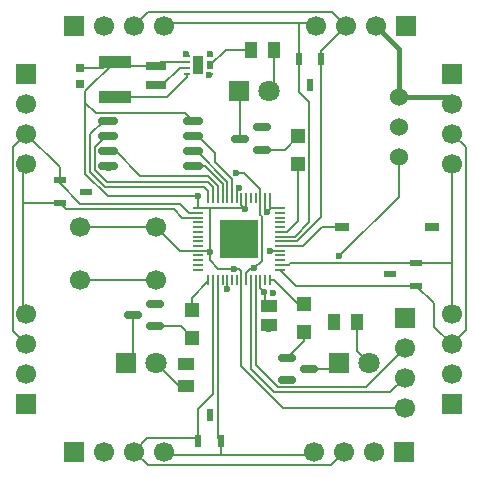
<source format=gbr>
%TF.GenerationSoftware,KiCad,Pcbnew,9.0.6*%
%TF.CreationDate,2025-12-07T19:18:26-08:00*%
%TF.ProjectId,redstone_comparator,72656473-746f-46e6-955f-636f6d706172,rev?*%
%TF.SameCoordinates,Original*%
%TF.FileFunction,Copper,L1,Top*%
%TF.FilePolarity,Positive*%
%FSLAX46Y46*%
G04 Gerber Fmt 4.6, Leading zero omitted, Abs format (unit mm)*
G04 Created by KiCad (PCBNEW 9.0.6) date 2025-12-07 19:18:26*
%MOMM*%
%LPD*%
G01*
G04 APERTURE LIST*
G04 Aperture macros list*
%AMRoundRect*
0 Rectangle with rounded corners*
0 $1 Rounding radius*
0 $2 $3 $4 $5 $6 $7 $8 $9 X,Y pos of 4 corners*
0 Add a 4 corners polygon primitive as box body*
4,1,4,$2,$3,$4,$5,$6,$7,$8,$9,$2,$3,0*
0 Add four circle primitives for the rounded corners*
1,1,$1+$1,$2,$3*
1,1,$1+$1,$4,$5*
1,1,$1+$1,$6,$7*
1,1,$1+$1,$8,$9*
0 Add four rect primitives between the rounded corners*
20,1,$1+$1,$2,$3,$4,$5,0*
20,1,$1+$1,$4,$5,$6,$7,0*
20,1,$1+$1,$6,$7,$8,$9,0*
20,1,$1+$1,$8,$9,$2,$3,0*%
G04 Aperture macros list end*
%TA.AperFunction,ComponentPad*%
%ADD10C,1.524000*%
%TD*%
%TA.AperFunction,ComponentPad*%
%ADD11R,1.800000X1.800000*%
%TD*%
%TA.AperFunction,ComponentPad*%
%ADD12C,1.800000*%
%TD*%
%TA.AperFunction,SMDPad,CuDef*%
%ADD13RoundRect,0.150000X0.587500X0.150000X-0.587500X0.150000X-0.587500X-0.150000X0.587500X-0.150000X0*%
%TD*%
%TA.AperFunction,ComponentPad*%
%ADD14C,1.700000*%
%TD*%
%TA.AperFunction,SMDPad,CuDef*%
%ADD15R,1.000000X1.450000*%
%TD*%
%TA.AperFunction,SMDPad,CuDef*%
%ADD16RoundRect,0.062500X0.187500X0.062500X-0.187500X0.062500X-0.187500X-0.062500X0.187500X-0.062500X0*%
%TD*%
%TA.AperFunction,HeatsinkPad*%
%ADD17C,0.600000*%
%TD*%
%TA.AperFunction,SMDPad,CuDef*%
%ADD18R,0.900000X1.600000*%
%TD*%
%TA.AperFunction,SMDPad,CuDef*%
%ADD19RoundRect,0.150000X-0.587500X-0.150000X0.587500X-0.150000X0.587500X0.150000X-0.587500X0.150000X0*%
%TD*%
%TA.AperFunction,ComponentPad*%
%ADD20R,1.700000X1.700000*%
%TD*%
%TA.AperFunction,SMDPad,CuDef*%
%ADD21R,0.460000X0.420000*%
%TD*%
%TA.AperFunction,SMDPad,CuDef*%
%ADD22R,1.800000X0.800000*%
%TD*%
%TA.AperFunction,SMDPad,CuDef*%
%ADD23R,1.100000X0.600000*%
%TD*%
%TA.AperFunction,SMDPad,CuDef*%
%ADD24R,0.700000X0.650000*%
%TD*%
%TA.AperFunction,SMDPad,CuDef*%
%ADD25R,2.700000X1.100000*%
%TD*%
%TA.AperFunction,SMDPad,CuDef*%
%ADD26R,1.250000X1.150000*%
%TD*%
%TA.AperFunction,SMDPad,CuDef*%
%ADD27RoundRect,0.162500X-0.650000X-0.162500X0.650000X-0.162500X0.650000X0.162500X-0.650000X0.162500X0*%
%TD*%
%TA.AperFunction,SMDPad,CuDef*%
%ADD28RoundRect,0.050000X-0.387500X-0.050000X0.387500X-0.050000X0.387500X0.050000X-0.387500X0.050000X0*%
%TD*%
%TA.AperFunction,SMDPad,CuDef*%
%ADD29RoundRect,0.050000X-0.050000X-0.387500X0.050000X-0.387500X0.050000X0.387500X-0.050000X0.387500X0*%
%TD*%
%TA.AperFunction,HeatsinkPad*%
%ADD30R,3.200000X3.200000*%
%TD*%
%TA.AperFunction,SMDPad,CuDef*%
%ADD31R,1.470000X1.020000*%
%TD*%
%TA.AperFunction,SMDPad,CuDef*%
%ADD32R,0.600000X1.100000*%
%TD*%
%TA.AperFunction,SMDPad,CuDef*%
%ADD33R,1.270000X0.760000*%
%TD*%
%TA.AperFunction,SMDPad,CuDef*%
%ADD34R,1.450000X1.000000*%
%TD*%
%TA.AperFunction,ViaPad*%
%ADD35C,0.600000*%
%TD*%
%TA.AperFunction,Conductor*%
%ADD36C,0.200000*%
%TD*%
%TA.AperFunction,Conductor*%
%ADD37C,0.400000*%
%TD*%
G04 APERTURE END LIST*
D10*
%TO.P,U2,1,Vin*%
%TO.N,VCC*%
X148500000Y-43000000D03*
%TO.P,U2,2,GND*%
%TO.N,GND*%
X148500000Y-45540000D03*
%TO.P,U2,3,Vout*%
%TO.N,/5V_LOCAL*%
X148500000Y-48080000D03*
%TD*%
D11*
%TO.P,D2,1,K*%
%TO.N,Net-(D2-K)*%
X143460000Y-65500000D03*
D12*
%TO.P,D2,2,A*%
%TO.N,Net-(D2-A)*%
X146000000Y-65500000D03*
%TD*%
D11*
%TO.P,D3,1,K*%
%TO.N,Net-(D3-K)*%
X125460000Y-65500000D03*
D12*
%TO.P,D3,2,A*%
%TO.N,Net-(D3-A)*%
X128000000Y-65500000D03*
%TD*%
D13*
%TO.P,Q3,1,B*%
%TO.N,Net-(Q3-B)*%
X127875000Y-62400000D03*
%TO.P,Q3,2,E*%
%TO.N,GND*%
X127875000Y-60500000D03*
%TO.P,Q3,3,C*%
%TO.N,Net-(D3-K)*%
X126000000Y-61450000D03*
%TD*%
D14*
%TO.P,SW1,1,A*%
%TO.N,/3.3V_LOCAL*%
X121500000Y-54000000D03*
X128000000Y-54000000D03*
%TO.P,SW1,2,B*%
%TO.N,Net-(SW1-B)*%
X121500000Y-58500000D03*
X128000000Y-58500000D03*
%TD*%
D15*
%TO.P,R1,1*%
%TO.N,/5V_LOCAL*%
X136050000Y-39000000D03*
%TO.P,R1,2*%
%TO.N,Net-(D1-A)*%
X137950000Y-39000000D03*
%TD*%
D16*
%TO.P,U3,1,PGND*%
%TO.N,GND*%
X132500000Y-41000000D03*
%TO.P,U3,2,VIN*%
%TO.N,/5V_LOCAL*%
X132500000Y-40500000D03*
%TO.P,U3,3,EN*%
X132500000Y-40000000D03*
%TO.P,U3,4,AGND*%
%TO.N,GND*%
X132500000Y-39500000D03*
%TO.P,U3,5,FB*%
X130600000Y-39500000D03*
%TO.P,U3,6,VOS*%
%TO.N,/3.3V_LOCAL*%
X130600000Y-40000000D03*
%TO.P,U3,7,SW*%
%TO.N,Net-(U3-SW)*%
X130600000Y-40500000D03*
%TO.P,U3,8,PG*%
%TO.N,Net-(U3-PG)*%
X130600000Y-41000000D03*
D17*
%TO.P,U3,9,PAD*%
%TO.N,GND*%
X131550000Y-40750000D03*
D18*
X131550000Y-40250000D03*
D17*
X131550000Y-39750000D03*
%TD*%
D19*
%TO.P,Q2,1,B*%
%TO.N,Net-(Q2-B)*%
X139062500Y-65050000D03*
%TO.P,Q2,2,E*%
%TO.N,GND*%
X139062500Y-66950000D03*
%TO.P,Q2,3,C*%
%TO.N,Net-(D2-K)*%
X140937500Y-66000000D03*
%TD*%
D20*
%TO.P,J9,1,Pin_1*%
%TO.N,GND*%
X149025000Y-61700000D03*
D14*
%TO.P,J9,2,Pin_2*%
%TO.N,Net-(J9-Pin_2)*%
X149025000Y-64240000D03*
%TO.P,J9,3,Pin_3*%
%TO.N,Net-(J9-Pin_3)*%
X149025000Y-66780000D03*
%TO.P,J9,4,Pin_4*%
%TO.N,/3.3V_LOCAL*%
X149025000Y-69320000D03*
%TD*%
D21*
%TO.P,C7,1,1*%
%TO.N,Net-(SW1-B)*%
X137170000Y-59500000D03*
%TO.P,C7,2,2*%
%TO.N,GND*%
X137830000Y-59500000D03*
%TD*%
D20*
%TO.P,J8,1,Pin_1*%
%TO.N,GND*%
X116975000Y-69000000D03*
D14*
%TO.P,J8,2,Pin_2*%
%TO.N,VCC*%
X116975000Y-66460000D03*
%TO.P,J8,3,Pin_3*%
%TO.N,/W_TX*%
X116975000Y-63920000D03*
%TO.P,J8,4,Pin_4*%
%TO.N,/W_RX*%
X116975000Y-61380000D03*
%TD*%
D20*
%TO.P,J4,1,Pin_1*%
%TO.N,GND*%
X153000000Y-69000000D03*
D14*
%TO.P,J4,2,Pin_2*%
%TO.N,VCC*%
X153000000Y-66460000D03*
%TO.P,J4,3,Pin_3*%
%TO.N,/E_TX*%
X153000000Y-63920000D03*
%TO.P,J4,4,Pin_4*%
%TO.N,/E_RX*%
X153000000Y-61380000D03*
%TD*%
D22*
%TO.P,L1,1,1*%
%TO.N,/3.3V_LOCAL*%
X128000000Y-40400000D03*
%TO.P,L1,2,2*%
%TO.N,Net-(U3-SW)*%
X128000000Y-42000000D03*
%TD*%
D23*
%TO.P,D18,1,K1*%
%TO.N,/E_TX*%
X150000000Y-58950000D03*
%TO.P,D18,2,K2*%
%TO.N,/E_RX*%
X150000000Y-57050000D03*
%TO.P,D18,3,COM_A*%
%TO.N,GND*%
X147800000Y-58000000D03*
%TD*%
D11*
%TO.P,D1,1,K*%
%TO.N,Net-(D1-K)*%
X135000000Y-42500000D03*
D12*
%TO.P,D1,2,A*%
%TO.N,Net-(D1-A)*%
X137540000Y-42500000D03*
%TD*%
D20*
%TO.P,J1,1,Pin_1*%
%TO.N,GND*%
X121000000Y-37000000D03*
D14*
%TO.P,J1,2,Pin_2*%
%TO.N,VCC*%
X123540000Y-37000000D03*
%TO.P,J1,3,Pin_3*%
%TO.N,/N_TX*%
X126080000Y-37000000D03*
%TO.P,J1,4,Pin_4*%
%TO.N,/N_RX*%
X128620000Y-37000000D03*
%TD*%
D24*
%TO.P,C5,1,1*%
%TO.N,/3.3V_LOCAL*%
X121500000Y-40500000D03*
%TO.P,C5,2,2*%
%TO.N,GND*%
X121500000Y-41850000D03*
%TD*%
D25*
%TO.P,R17,1*%
%TO.N,/3.3V_LOCAL*%
X124500000Y-40000000D03*
%TO.P,R17,2*%
%TO.N,Net-(U3-PG)*%
X124500000Y-43000000D03*
%TD*%
D20*
%TO.P,J2,1,Pin_1*%
%TO.N,GND*%
X149120000Y-37000000D03*
D14*
%TO.P,J2,2,Pin_2*%
%TO.N,VCC*%
X146580000Y-37000000D03*
%TO.P,J2,3,Pin_3*%
%TO.N,/N_TX*%
X144040000Y-37000000D03*
%TO.P,J2,4,Pin_4*%
%TO.N,/N_RX*%
X141500000Y-37000000D03*
%TD*%
D26*
%TO.P,R18,1*%
%TO.N,Net-(Q1-B)*%
X140000000Y-46325000D03*
%TO.P,R18,2*%
%TO.N,Net-(U1-GPIO25)*%
X140000000Y-48675000D03*
%TD*%
D23*
%TO.P,D21,1,K1*%
%TO.N,/W_TX*%
X119800000Y-50050000D03*
%TO.P,D21,2,K2*%
%TO.N,/W_RX*%
X119800000Y-51950000D03*
%TO.P,D21,3,COM_A*%
%TO.N,GND*%
X122000000Y-51000000D03*
%TD*%
D27*
%TO.P,U5,1,~{CS}*%
%TO.N,Net-(U1-QSPI_SS)*%
X123912500Y-45000000D03*
%TO.P,U5,2,DO/IO_{1}*%
%TO.N,Net-(U1-QSPI_SD1)*%
X123912500Y-46270000D03*
%TO.P,U5,3,~{WP}/IO_{2}*%
%TO.N,Net-(U1-QSPI_SD2)*%
X123912500Y-47540000D03*
%TO.P,U5,4,GND*%
%TO.N,GND*%
X123912500Y-48810000D03*
%TO.P,U5,5,DI/IO_{0}*%
%TO.N,Net-(U1-QSPI_SD0)*%
X131087500Y-48810000D03*
%TO.P,U5,6,CLK*%
%TO.N,Net-(U1-QSPI_SCLK)*%
X131087500Y-47540000D03*
%TO.P,U5,7,~{HOLD}/~{RESET}/IO_{3}*%
%TO.N,Net-(U1-QSPI_SD3)*%
X131087500Y-46270000D03*
%TO.P,U5,8,VCC*%
%TO.N,/3.3V_LOCAL*%
X131087500Y-45000000D03*
%TD*%
D20*
%TO.P,J6,1,Pin_1*%
%TO.N,GND*%
X149000000Y-73025000D03*
D14*
%TO.P,J6,2,Pin_2*%
%TO.N,VCC*%
X146460000Y-73025000D03*
%TO.P,J6,3,Pin_3*%
%TO.N,/S_TX*%
X143920000Y-73025000D03*
%TO.P,J6,4,Pin_4*%
%TO.N,/S_RX*%
X141380000Y-73025000D03*
%TD*%
D28*
%TO.P,U1,1,IOVDD*%
%TO.N,/3.3V_LOCAL*%
X131562500Y-52400000D03*
%TO.P,U1,2,GPIO0*%
%TO.N,/W_TX*%
X131562500Y-52800001D03*
%TO.P,U1,3,GPIO1*%
%TO.N,/W_RX*%
X131562500Y-53200000D03*
%TO.P,U1,4,GPIO2*%
%TO.N,unconnected-(U1-GPIO2-Pad4)*%
X131562500Y-53600000D03*
%TO.P,U1,5,GPIO3*%
%TO.N,unconnected-(U1-GPIO3-Pad5)*%
X131562500Y-54000000D03*
%TO.P,U1,6,GPIO4*%
%TO.N,unconnected-(U1-GPIO4-Pad6)*%
X131562500Y-54399999D03*
%TO.P,U1,7,GPIO5*%
%TO.N,unconnected-(U1-GPIO5-Pad7)*%
X131562500Y-54800000D03*
%TO.P,U1,8,GPIO6*%
%TO.N,unconnected-(U1-GPIO6-Pad8)*%
X131562500Y-55200000D03*
%TO.P,U1,9,GPIO7*%
%TO.N,unconnected-(U1-GPIO7-Pad9)*%
X131562500Y-55600001D03*
%TO.P,U1,10,IOVDD*%
%TO.N,/3.3V_LOCAL*%
X131562500Y-56000000D03*
%TO.P,U1,11,GPIO8*%
%TO.N,unconnected-(U1-GPIO8-Pad11)*%
X131562500Y-56400000D03*
%TO.P,U1,12,GPIO9*%
%TO.N,unconnected-(U1-GPIO9-Pad12)*%
X131562500Y-56800000D03*
%TO.P,U1,13,GPIO10*%
%TO.N,unconnected-(U1-GPIO10-Pad13)*%
X131562500Y-57199999D03*
%TO.P,U1,14,GPIO11*%
%TO.N,unconnected-(U1-GPIO11-Pad14)*%
X131562500Y-57600000D03*
D29*
%TO.P,U1,15,GPIO12*%
%TO.N,Net-(U1-GPIO12)*%
X132400000Y-58437500D03*
%TO.P,U1,16,GPIO13*%
%TO.N,/S_TX*%
X132800001Y-58437500D03*
%TO.P,U1,17,GPIO14*%
%TO.N,/S_RX*%
X133200000Y-58437500D03*
%TO.P,U1,18,GPIO15*%
%TO.N,unconnected-(U1-GPIO15-Pad18)*%
X133600000Y-58437500D03*
%TO.P,U1,19,TESTEN*%
%TO.N,GND*%
X134000000Y-58437500D03*
%TO.P,U1,20,XIN*%
%TO.N,unconnected-(U1-XIN-Pad20)*%
X134399999Y-58437500D03*
%TO.P,U1,21,XOUT*%
%TO.N,unconnected-(U1-XOUT-Pad21)*%
X134800000Y-58437500D03*
%TO.P,U1,22,IOVDD*%
%TO.N,/3.3V_LOCAL*%
X135200000Y-58437500D03*
%TO.P,U1,23,DVDD*%
%TO.N,Net-(U1-VREG_VOUT)*%
X135600001Y-58437500D03*
%TO.P,U1,24,SWCLK*%
%TO.N,Net-(J9-Pin_3)*%
X136000000Y-58437500D03*
%TO.P,U1,25,SWD*%
%TO.N,Net-(J9-Pin_2)*%
X136400000Y-58437500D03*
%TO.P,U1,26,RUN*%
%TO.N,Net-(SW1-B)*%
X136800000Y-58437500D03*
%TO.P,U1,27,GPIO16*%
%TO.N,unconnected-(U1-GPIO16-Pad27)*%
X137199999Y-58437500D03*
%TO.P,U1,28,GPIO17*%
%TO.N,Net-(U1-GPIO17)*%
X137600000Y-58437500D03*
D28*
%TO.P,U1,29,GPIO18*%
%TO.N,/E_TX*%
X138437500Y-57600000D03*
%TO.P,U1,30,GPIO19*%
%TO.N,/E_RX*%
X138437500Y-57199999D03*
%TO.P,U1,31,GPIO20*%
%TO.N,unconnected-(U1-GPIO20-Pad31)*%
X138437500Y-56800000D03*
%TO.P,U1,32,GPIO21*%
%TO.N,unconnected-(U1-GPIO21-Pad32)*%
X138437500Y-56400000D03*
%TO.P,U1,33,IOVDD*%
%TO.N,/3.3V_LOCAL*%
X138437500Y-56000000D03*
%TO.P,U1,34,GPIO22*%
%TO.N,Net-(U1-GPIO22)*%
X138437500Y-55600001D03*
%TO.P,U1,35,GPIO23*%
%TO.N,/N_TX*%
X138437500Y-55200000D03*
%TO.P,U1,36,GPIO24*%
%TO.N,/N_RX*%
X138437500Y-54800000D03*
%TO.P,U1,37,GPIO25*%
%TO.N,Net-(U1-GPIO25)*%
X138437500Y-54399999D03*
%TO.P,U1,38,GPIO26_ADC0*%
%TO.N,unconnected-(U1-GPIO26_ADC0-Pad38)*%
X138437500Y-54000000D03*
%TO.P,U1,39,GPIO27_ADC1*%
%TO.N,unconnected-(U1-GPIO27_ADC1-Pad39)*%
X138437500Y-53600000D03*
%TO.P,U1,40,GPIO28_ADC2*%
%TO.N,unconnected-(U1-GPIO28_ADC2-Pad40)*%
X138437500Y-53200000D03*
%TO.P,U1,41,GPIO29_ADC3*%
%TO.N,unconnected-(U1-GPIO29_ADC3-Pad41)*%
X138437500Y-52800001D03*
%TO.P,U1,42,IOVDD*%
%TO.N,/3.3V_LOCAL*%
X138437500Y-52400000D03*
D29*
%TO.P,U1,43,ADC_AVDD*%
X137600000Y-51562500D03*
%TO.P,U1,44,VREG_IN*%
X137199999Y-51562500D03*
%TO.P,U1,45,VREG_VOUT*%
%TO.N,Net-(U1-VREG_VOUT)*%
X136800000Y-51562500D03*
%TO.P,U1,46,USB_DM*%
%TO.N,unconnected-(U1-USB_DM-Pad46)*%
X136400000Y-51562500D03*
%TO.P,U1,47,USB_DP*%
%TO.N,unconnected-(U1-USB_DP-Pad47)*%
X136000000Y-51562500D03*
%TO.P,U1,48,USB_VDD*%
%TO.N,/3.3V_LOCAL*%
X135600001Y-51562500D03*
%TO.P,U1,49,IOVDD*%
X135200000Y-51562500D03*
%TO.P,U1,50,DVDD*%
%TO.N,Net-(U1-VREG_VOUT)*%
X134800000Y-51562500D03*
%TO.P,U1,51,QSPI_SD3*%
%TO.N,Net-(U1-QSPI_SD3)*%
X134399999Y-51562500D03*
%TO.P,U1,52,QSPI_SCLK*%
%TO.N,Net-(U1-QSPI_SCLK)*%
X134000000Y-51562500D03*
%TO.P,U1,53,QSPI_SD0*%
%TO.N,Net-(U1-QSPI_SD0)*%
X133600000Y-51562500D03*
%TO.P,U1,54,QSPI_SD2*%
%TO.N,Net-(U1-QSPI_SD2)*%
X133200000Y-51562500D03*
%TO.P,U1,55,QSPI_SD1*%
%TO.N,Net-(U1-QSPI_SD1)*%
X132800001Y-51562500D03*
%TO.P,U1,56,QSPI_SS*%
%TO.N,Net-(U1-QSPI_SS)*%
X132400000Y-51562500D03*
D30*
%TO.P,U1,57,GND*%
%TO.N,GND*%
X135000000Y-55000000D03*
%TD*%
D31*
%TO.P,C6,1,1*%
%TO.N,Net-(SW1-B)*%
X137500000Y-60700000D03*
%TO.P,C6,2,2*%
%TO.N,GND*%
X137500000Y-62300000D03*
%TD*%
D15*
%TO.P,R2,1*%
%TO.N,/5V_LOCAL*%
X143050000Y-62000000D03*
%TO.P,R2,2*%
%TO.N,Net-(D2-A)*%
X144950000Y-62000000D03*
%TD*%
D26*
%TO.P,R19,1*%
%TO.N,Net-(Q2-B)*%
X140500000Y-62850000D03*
%TO.P,R19,2*%
%TO.N,Net-(U1-GPIO17)*%
X140500000Y-60500000D03*
%TD*%
D20*
%TO.P,J5,1,Pin_1*%
%TO.N,GND*%
X121000000Y-73000000D03*
D14*
%TO.P,J5,2,Pin_2*%
%TO.N,VCC*%
X123540000Y-73000000D03*
%TO.P,J5,3,Pin_3*%
%TO.N,/S_TX*%
X126080000Y-73000000D03*
%TO.P,J5,4,Pin_4*%
%TO.N,/S_RX*%
X128620000Y-73000000D03*
%TD*%
D32*
%TO.P,D17,1,K1*%
%TO.N,/N_TX*%
X141950000Y-39800000D03*
%TO.P,D17,2,K2*%
%TO.N,/N_RX*%
X140050000Y-39800000D03*
%TO.P,D17,3,COM_A*%
%TO.N,GND*%
X141000000Y-42000000D03*
%TD*%
D26*
%TO.P,R20,1*%
%TO.N,Net-(Q3-B)*%
X131000000Y-63350000D03*
%TO.P,R20,2*%
%TO.N,Net-(U1-GPIO12)*%
X131000000Y-61000000D03*
%TD*%
D32*
%TO.P,D20,1,K1*%
%TO.N,/S_TX*%
X131550000Y-72100000D03*
%TO.P,D20,2,K2*%
%TO.N,/S_RX*%
X133450000Y-72100000D03*
%TO.P,D20,3,COM_A*%
%TO.N,GND*%
X132500000Y-69900000D03*
%TD*%
D20*
%TO.P,J7,1,Pin_1*%
%TO.N,GND*%
X117000000Y-41000000D03*
D14*
%TO.P,J7,2,Pin_2*%
%TO.N,VCC*%
X117000000Y-43540000D03*
%TO.P,J7,3,Pin_3*%
%TO.N,/W_TX*%
X117000000Y-46080000D03*
%TO.P,J7,4,Pin_4*%
%TO.N,/W_RX*%
X117000000Y-48620000D03*
%TD*%
D33*
%TO.P,SW2,1*%
%TO.N,Net-(U1-GPIO22)*%
X143690000Y-54000000D03*
%TO.P,SW2,2*%
%TO.N,GND*%
X151310000Y-54000000D03*
%TD*%
D13*
%TO.P,Q1,1,B*%
%TO.N,Net-(Q1-B)*%
X136937500Y-47450000D03*
%TO.P,Q1,2,E*%
%TO.N,GND*%
X136937500Y-45550000D03*
%TO.P,Q1,3,C*%
%TO.N,Net-(D1-K)*%
X135062500Y-46500000D03*
%TD*%
D20*
%TO.P,J3,1,Pin_1*%
%TO.N,GND*%
X153025000Y-41000000D03*
D14*
%TO.P,J3,2,Pin_2*%
%TO.N,VCC*%
X153025000Y-43540000D03*
%TO.P,J3,3,Pin_3*%
%TO.N,/E_TX*%
X153025000Y-46080000D03*
%TO.P,J3,4,Pin_4*%
%TO.N,/E_RX*%
X153025000Y-48620000D03*
%TD*%
D34*
%TO.P,R3,1*%
%TO.N,/5V_LOCAL*%
X130500000Y-65550000D03*
%TO.P,R3,2*%
%TO.N,Net-(D3-A)*%
X130500000Y-67450000D03*
%TD*%
D35*
%TO.N,/5V_LOCAL*%
X143500000Y-56450000D03*
X132580000Y-40280000D03*
X143050000Y-62000000D03*
X130500000Y-65550000D03*
X136050000Y-39000000D03*
%TO.N,GND*%
X135000000Y-56000000D03*
X132538845Y-39375000D03*
X132461137Y-41125000D03*
X128000000Y-60500000D03*
X134000000Y-54000000D03*
X134000000Y-56000000D03*
X139000000Y-66951000D03*
X136000000Y-55000000D03*
X136000000Y-56000000D03*
X122000000Y-51000000D03*
X135000000Y-55000000D03*
X135000000Y-54000000D03*
X151500000Y-54000000D03*
X132500000Y-70000000D03*
X130503362Y-39375000D03*
X137906985Y-59593015D03*
X136000000Y-54000000D03*
X121500000Y-42000000D03*
X148000000Y-58000000D03*
X134000000Y-55000000D03*
X134000105Y-59250280D03*
X141000000Y-42000000D03*
X124000000Y-49000000D03*
X137000000Y-45500000D03*
X137500000Y-62600000D03*
%TO.N,/3.3V_LOCAL*%
X137400000Y-52700000D03*
X134533207Y-57506166D03*
X132500000Y-56100000D03*
X131500000Y-51400000D03*
X137624698Y-56000134D03*
X135500000Y-52429998D03*
%TO.N,Net-(U1-VREG_VOUT)*%
X134770000Y-49421471D03*
X134999999Y-50645229D03*
X136300000Y-57500000D03*
%TO.N,Net-(SW1-B)*%
X137099998Y-59500000D03*
%TD*%
D36*
%TO.N,Net-(U1-GPIO17)*%
X140000000Y-60500000D02*
X137937500Y-58437500D01*
X137937500Y-58437500D02*
X137600000Y-58437500D01*
X140500000Y-60500000D02*
X140000000Y-60500000D01*
%TO.N,/5V_LOCAL*%
X132500000Y-40000000D02*
X132500000Y-40500000D01*
X148500000Y-51450000D02*
X143500000Y-56450000D01*
X132500000Y-40360000D02*
X132580000Y-40280000D01*
X136050000Y-39000000D02*
X133860000Y-39000000D01*
X148500000Y-48080000D02*
X148500000Y-51450000D01*
X132500000Y-40500000D02*
X132500000Y-40360000D01*
X133860000Y-39000000D02*
X132580000Y-40280000D01*
%TO.N,GND*%
X137500000Y-62300000D02*
X137500000Y-62600000D01*
X123912500Y-48912500D02*
X124000000Y-49000000D01*
X127875000Y-60500000D02*
X128000000Y-60500000D01*
X139001000Y-66950000D02*
X139000000Y-66951000D01*
X136937500Y-45550000D02*
X136950000Y-45550000D01*
X136950000Y-45550000D02*
X137000000Y-45500000D01*
X134000000Y-59249169D02*
X133994967Y-59254202D01*
X151310000Y-54000000D02*
X151500000Y-54000000D01*
X139062500Y-66950000D02*
X139001000Y-66950000D01*
X134000000Y-58437500D02*
X134000000Y-59249169D01*
X132500000Y-39413845D02*
X132538845Y-39375000D01*
X130600000Y-39500000D02*
X130600000Y-39471638D01*
X121500000Y-41850000D02*
X121500000Y-42000000D01*
X132500000Y-69900000D02*
X132500000Y-70000000D01*
X123912500Y-48810000D02*
X123912500Y-48912500D01*
X137830000Y-59516030D02*
X137906985Y-59593015D01*
X137830000Y-59500000D02*
X137830000Y-59516030D01*
X132500000Y-39500000D02*
X132500000Y-39413845D01*
X147800000Y-58000000D02*
X148000000Y-58000000D01*
X132500000Y-41086137D02*
X132461137Y-41125000D01*
X132500000Y-41000000D02*
X132500000Y-41086137D01*
X130600000Y-39471638D02*
X130503362Y-39375000D01*
%TO.N,/3.3V_LOCAL*%
X132500000Y-56100000D02*
X132500000Y-52400000D01*
X135600001Y-51562500D02*
X135600001Y-52329997D01*
X131562500Y-52400000D02*
X132500000Y-52400000D01*
X135600001Y-52329997D02*
X135500000Y-52429998D01*
X124500000Y-40000000D02*
X124000000Y-40000000D01*
X149025000Y-69320000D02*
X138752900Y-69320000D01*
X132500000Y-56810000D02*
X133196166Y-57506166D01*
X121500000Y-54000000D02*
X128000000Y-54000000D01*
X138752900Y-69320000D02*
X135200000Y-65767100D01*
X135470002Y-52400000D02*
X135500000Y-52429998D01*
X131562500Y-56000000D02*
X132400000Y-56000000D01*
X124000000Y-40000000D02*
X123500000Y-40500000D01*
X133196166Y-57506166D02*
X134533207Y-57506166D01*
X132500000Y-52400000D02*
X135470002Y-52400000D01*
X135200000Y-52129998D02*
X135500000Y-52429998D01*
X137199999Y-52499999D02*
X137400000Y-52700000D01*
X138437500Y-52400000D02*
X137700000Y-52400000D01*
X137199999Y-51562500D02*
X137199999Y-52499999D01*
X123500000Y-40500000D02*
X121500000Y-40500000D01*
X131562500Y-51462500D02*
X131500000Y-51400000D01*
X128400000Y-40000000D02*
X130600000Y-40000000D01*
X121997000Y-42503000D02*
X124500000Y-40000000D01*
X137600000Y-51562500D02*
X137600000Y-52500000D01*
X122871000Y-44374000D02*
X121997000Y-43500000D01*
X137700000Y-52400000D02*
X137400000Y-52700000D01*
X121997000Y-49501190D02*
X121997000Y-43500000D01*
X130000000Y-56000000D02*
X128000000Y-54000000D01*
X128000000Y-40400000D02*
X124900000Y-40400000D01*
X131087500Y-45000000D02*
X130461500Y-44374000D01*
X130461500Y-44374000D02*
X122871000Y-44374000D01*
X131500000Y-51400000D02*
X123895810Y-51400000D01*
X131562500Y-56000000D02*
X130000000Y-56000000D01*
X135200000Y-57700000D02*
X135006166Y-57506166D01*
X121997000Y-43500000D02*
X121997000Y-42503000D01*
X135200000Y-58437500D02*
X135200000Y-57700000D01*
X138437500Y-56000000D02*
X137624832Y-56000000D01*
X132500000Y-56100000D02*
X132500000Y-56810000D01*
X137624832Y-56000000D02*
X137624698Y-56000134D01*
X135006166Y-57506166D02*
X134533207Y-57506166D01*
X131562500Y-52400000D02*
X131562500Y-51462500D01*
X137600000Y-52500000D02*
X137400000Y-52700000D01*
X135200000Y-65767100D02*
X135200000Y-58437500D01*
X123895810Y-51400000D02*
X121997000Y-49501190D01*
X124900000Y-40400000D02*
X124500000Y-40000000D01*
X132400000Y-56000000D02*
X132500000Y-56100000D01*
X128000000Y-40400000D02*
X128400000Y-40000000D01*
X135200000Y-51562500D02*
X135200000Y-52129998D01*
D37*
%TO.N,VCC*%
X152485000Y-43000000D02*
X153025000Y-43540000D01*
X148500000Y-43000000D02*
X148500000Y-38920000D01*
X148500000Y-43000000D02*
X152485000Y-43000000D01*
X148500000Y-38920000D02*
X146580000Y-37000000D01*
D36*
%TO.N,Net-(U1-VREG_VOUT)*%
X136300000Y-57500000D02*
X136302000Y-57500000D01*
X135600001Y-57899999D02*
X136000000Y-57500000D01*
X136000000Y-57500000D02*
X136300000Y-57500000D01*
X136800000Y-52998000D02*
X136901000Y-53099000D01*
X136901000Y-53099000D02*
X136901000Y-56901000D01*
X136800000Y-51562500D02*
X136800000Y-50800000D01*
X134800000Y-51562500D02*
X134800000Y-50845228D01*
X136800000Y-50800000D02*
X135421471Y-49421471D01*
X136800000Y-51562500D02*
X136800000Y-52998000D01*
X134800000Y-50845228D02*
X134999999Y-50645229D01*
X135600001Y-58437500D02*
X135600001Y-57899999D01*
X135421471Y-49421471D02*
X134770000Y-49421471D01*
X136302000Y-57500000D02*
X136901000Y-56901000D01*
%TO.N,Net-(D1-K)*%
X135062500Y-46500000D02*
X135062500Y-42562500D01*
%TO.N,Net-(D1-A)*%
X137950000Y-39000000D02*
X137950000Y-42090000D01*
X137950000Y-42090000D02*
X137540000Y-42500000D01*
%TO.N,Net-(D2-A)*%
X144950000Y-64450000D02*
X146000000Y-65500000D01*
X144950000Y-62000000D02*
X144950000Y-64450000D01*
%TO.N,Net-(D3-A)*%
X128000000Y-65500000D02*
X129950000Y-67450000D01*
X129950000Y-67450000D02*
X130500000Y-67450000D01*
%TO.N,/N_RX*%
X138437500Y-54800000D02*
X139700000Y-54800000D01*
X140050000Y-42550000D02*
X140050000Y-39800000D01*
X141199000Y-36699000D02*
X141500000Y-37000000D01*
X139700000Y-54800000D02*
X140926000Y-53574000D01*
X140050000Y-36749000D02*
X140000000Y-36699000D01*
X139000000Y-36699000D02*
X128921000Y-36699000D01*
X139000000Y-36699000D02*
X140000000Y-36699000D01*
X128921000Y-36699000D02*
X128620000Y-37000000D01*
X140050000Y-39800000D02*
X140050000Y-36749000D01*
X140926000Y-53574000D02*
X140926000Y-43426000D01*
X140000000Y-36699000D02*
X141199000Y-36699000D01*
X140926000Y-43426000D02*
X140050000Y-42550000D01*
%TO.N,/N_TX*%
X138437500Y-55200000D02*
X139867100Y-55200000D01*
X139867100Y-55200000D02*
X141950000Y-53117100D01*
X141950000Y-39090000D02*
X144040000Y-37000000D01*
X142864000Y-35824000D02*
X144040000Y-37000000D01*
X127256000Y-35824000D02*
X142864000Y-35824000D01*
X127256000Y-35824000D02*
X126080000Y-37000000D01*
X141950000Y-53117100D02*
X141950000Y-39800000D01*
X141950000Y-39800000D02*
X141950000Y-39090000D01*
%TO.N,/E_TX*%
X154176000Y-62744000D02*
X153000000Y-63920000D01*
X151500000Y-62420000D02*
X153000000Y-63920000D01*
X150000000Y-58950000D02*
X151500000Y-60450000D01*
X154176000Y-47231000D02*
X154176000Y-57000000D01*
X154176000Y-57000000D02*
X154176000Y-58998765D01*
X151500000Y-60450000D02*
X151500000Y-62420000D01*
X154176000Y-59000000D02*
X154176000Y-62744000D01*
X153025000Y-46080000D02*
X154176000Y-47231000D01*
X139787500Y-58950000D02*
X150000000Y-58950000D01*
X154174765Y-59000000D02*
X154176000Y-59000000D01*
X138437500Y-57600000D02*
X139787500Y-58950000D01*
X154176000Y-58998765D02*
X154174765Y-59000000D01*
%TO.N,/E_RX*%
X152950000Y-57050000D02*
X153000000Y-57000000D01*
X138437500Y-57199999D02*
X139199999Y-57199999D01*
X153000000Y-61380000D02*
X153000000Y-57000000D01*
X139349998Y-57050000D02*
X150000000Y-57050000D01*
X139199999Y-57199999D02*
X139349998Y-57050000D01*
X150000000Y-57050000D02*
X152950000Y-57050000D01*
X153000000Y-48645000D02*
X153025000Y-48620000D01*
X153000000Y-57000000D02*
X153000000Y-48645000D01*
%TO.N,/S_RX*%
X128921000Y-73301000D02*
X128620000Y-73000000D01*
X133500000Y-73301000D02*
X141104000Y-73301000D01*
X132500000Y-73301000D02*
X128921000Y-73301000D01*
X133450000Y-72100000D02*
X133450000Y-73251000D01*
X133200000Y-71850000D02*
X133450000Y-72100000D01*
X132500000Y-73301000D02*
X133500000Y-73301000D01*
X141104000Y-73301000D02*
X141380000Y-73025000D01*
X133200000Y-58437500D02*
X133200000Y-71850000D01*
X133450000Y-73251000D02*
X133500000Y-73301000D01*
%TO.N,/S_TX*%
X143920000Y-73025000D02*
X142769000Y-74176000D01*
X131299000Y-71849000D02*
X127231000Y-71849000D01*
X132800001Y-68147999D02*
X131550000Y-69398000D01*
X127231000Y-71849000D02*
X126080000Y-73000000D01*
X131550000Y-69398000D02*
X131550000Y-72100000D01*
X142769000Y-74176000D02*
X127256000Y-74176000D01*
X132800001Y-58437500D02*
X132800001Y-68147999D01*
X131550000Y-72100000D02*
X131299000Y-71849000D01*
X127256000Y-74176000D02*
X126080000Y-73000000D01*
%TO.N,/W_RX*%
X116699000Y-52000000D02*
X116699000Y-48921000D01*
X116699000Y-52500000D02*
X116699000Y-52000000D01*
X129472240Y-52500000D02*
X120350000Y-52500000D01*
X116699000Y-48921000D02*
X117000000Y-48620000D01*
X131562500Y-53200000D02*
X130172240Y-53200000D01*
X116749000Y-51950000D02*
X116699000Y-52000000D01*
X116699000Y-52500000D02*
X116699000Y-61104000D01*
X120350000Y-52500000D02*
X119800000Y-51950000D01*
X116699000Y-61104000D02*
X116975000Y-61380000D01*
X119800000Y-51950000D02*
X116749000Y-51950000D01*
X130172240Y-53200000D02*
X129472240Y-52500000D01*
%TO.N,/W_TX*%
X121548000Y-52000000D02*
X119800000Y-50252000D01*
X115824000Y-62769000D02*
X116975000Y-63920000D01*
X131562500Y-52800001D02*
X130800001Y-52800001D01*
X130800001Y-52800001D02*
X130000000Y-52000000D01*
X117000000Y-46080000D02*
X119800000Y-48880000D01*
X115824000Y-47256000D02*
X115824000Y-62769000D01*
X119800000Y-50252000D02*
X119800000Y-50050000D01*
X119800000Y-48880000D02*
X119800000Y-50050000D01*
X117000000Y-46080000D02*
X115824000Y-47256000D01*
X130000000Y-52000000D02*
X121548000Y-52000000D01*
%TO.N,Net-(J9-Pin_3)*%
X149025000Y-66780000D02*
X147805000Y-68000000D01*
X136000000Y-66000000D02*
X136000000Y-58437500D01*
X147805000Y-68000000D02*
X138000000Y-68000000D01*
X138000000Y-68000000D02*
X136000000Y-66000000D01*
%TO.N,Net-(J9-Pin_2)*%
X136400000Y-65666968D02*
X136400000Y-58437500D01*
X149025000Y-64240000D02*
X145714000Y-67551000D01*
X145714000Y-67551000D02*
X138284032Y-67551000D01*
X138284032Y-67551000D02*
X136400000Y-65666968D01*
%TO.N,Net-(U3-SW)*%
X130000000Y-40500000D02*
X130600000Y-40500000D01*
X128500000Y-42000000D02*
X130000000Y-40500000D01*
X128000000Y-42000000D02*
X128500000Y-42000000D01*
%TO.N,Net-(Q1-B)*%
X136937500Y-47450000D02*
X138875000Y-47450000D01*
X138875000Y-47450000D02*
X140000000Y-46325000D01*
%TO.N,Net-(Q2-B)*%
X139062500Y-65050000D02*
X140500000Y-63612500D01*
X140500000Y-63612500D02*
X140500000Y-62850000D01*
%TO.N,Net-(Q3-B)*%
X130050000Y-62400000D02*
X131000000Y-63350000D01*
X127875000Y-62400000D02*
X130050000Y-62400000D01*
%TO.N,Net-(U3-PG)*%
X128902000Y-43000000D02*
X130600000Y-41302000D01*
X124500000Y-43000000D02*
X128902000Y-43000000D01*
X130600000Y-41302000D02*
X130600000Y-41000000D01*
%TO.N,Net-(U1-QSPI_SD2)*%
X133200000Y-50475975D02*
X132362012Y-49637987D01*
X132362012Y-49637987D02*
X126637987Y-49637987D01*
X126637987Y-49637987D02*
X124540000Y-47540000D01*
X133200000Y-51562500D02*
X133200000Y-50475975D01*
X124540000Y-47540000D02*
X123912500Y-47540000D01*
X124490005Y-47635000D02*
X123912500Y-47635000D01*
%TO.N,Net-(U1-QSPI_SCLK)*%
X131493225Y-47635000D02*
X131087500Y-47635000D01*
X134000000Y-50141775D02*
X131493225Y-47635000D01*
X134000000Y-51562500D02*
X134000000Y-50141775D01*
%TO.N,Net-(U1-QSPI_SS)*%
X122398000Y-49335090D02*
X122398000Y-46152001D01*
X123550001Y-45000000D02*
X123912500Y-45000000D01*
X132400000Y-51562500D02*
X132400000Y-50900000D01*
X123405000Y-45095000D02*
X123912500Y-45095000D01*
X132400000Y-50900000D02*
X132072537Y-50572537D01*
X122398000Y-46152001D02*
X123550001Y-45000000D01*
X123635447Y-50572537D02*
X122398000Y-49335090D01*
X132072537Y-50572537D02*
X123635447Y-50572537D01*
%TO.N,Net-(U1-QSPI_SD3)*%
X134399999Y-51562500D02*
X134399999Y-49899999D01*
X133000000Y-47750000D02*
X131615000Y-46365000D01*
X131615000Y-46365000D02*
X131087500Y-46365000D01*
X133000000Y-48500000D02*
X133000000Y-47750000D01*
X134399999Y-49899999D02*
X133000000Y-48500000D01*
%TO.N,Net-(U1-QSPI_SD0)*%
X133600000Y-50308875D02*
X132101125Y-48810000D01*
X132101125Y-48810000D02*
X131087500Y-48810000D01*
X133600000Y-51562500D02*
X133600000Y-50308875D01*
%TO.N,Net-(U1-QSPI_SD1)*%
X132328462Y-50171537D02*
X123801547Y-50171537D01*
X132800001Y-51562500D02*
X132800001Y-50643076D01*
X123801547Y-50171537D02*
X122799000Y-49168990D01*
X132800001Y-50643076D02*
X132328462Y-50171537D01*
X122799000Y-47181010D02*
X123710010Y-46270000D01*
X122799000Y-49168990D02*
X122799000Y-47181010D01*
X123710010Y-46270000D02*
X123912500Y-46270000D01*
%TO.N,Net-(U1-GPIO12)*%
X132400000Y-58437500D02*
X132400000Y-58600000D01*
X132400000Y-58600000D02*
X131000000Y-60000000D01*
X131000000Y-60000000D02*
X131000000Y-61000000D01*
%TO.N,Net-(SW1-B)*%
X137170000Y-60370000D02*
X137500000Y-60700000D01*
X136800000Y-58437500D02*
X136800000Y-59130000D01*
X136800000Y-59130000D02*
X137170000Y-59500000D01*
X137170000Y-59500000D02*
X137170000Y-60370000D01*
X137170000Y-59500000D02*
X137099998Y-59500000D01*
X121500000Y-58500000D02*
X128000000Y-58500000D01*
%TO.N,Net-(D2-K)*%
X142960000Y-66000000D02*
X143460000Y-65500000D01*
X140937500Y-66000000D02*
X142960000Y-66000000D01*
%TO.N,Net-(D3-K)*%
X126000000Y-61450000D02*
X126000000Y-64960000D01*
X126000000Y-64960000D02*
X125460000Y-65500000D01*
%TO.N,Net-(U1-GPIO25)*%
X140000000Y-53500000D02*
X140000000Y-48675000D01*
X138437500Y-54399999D02*
X139100001Y-54399999D01*
X139100001Y-54399999D02*
X140000000Y-53500000D01*
%TO.N,Net-(U1-GPIO22)*%
X140399999Y-55600001D02*
X142000000Y-54000000D01*
X142000000Y-54000000D02*
X143690000Y-54000000D01*
X138437500Y-55600001D02*
X140399999Y-55600001D01*
%TD*%
M02*

</source>
